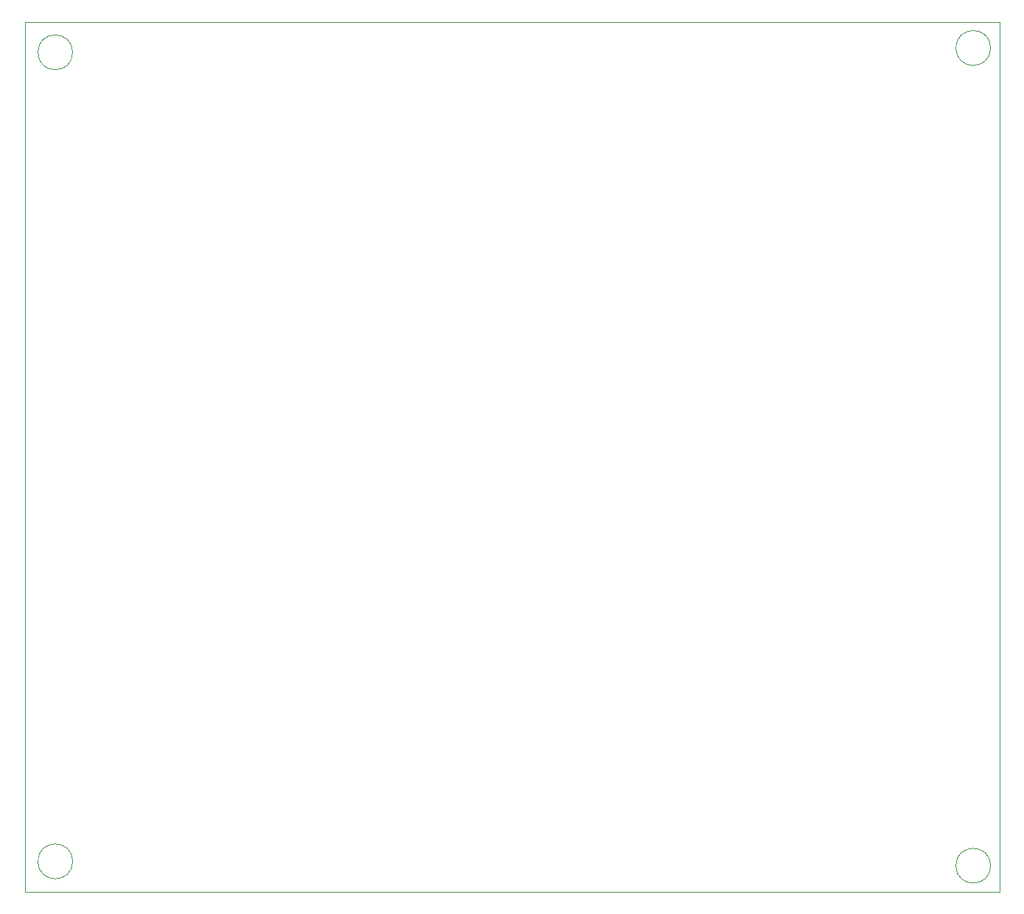
<source format=gbr>
%TF.GenerationSoftware,KiCad,Pcbnew,(6.0.2)*%
%TF.CreationDate,2022-12-31T16:00:28+03:00*%
%TF.ProjectId,mcuPower,6d637550-6f77-4657-922e-6b696361645f,rev?*%
%TF.SameCoordinates,Original*%
%TF.FileFunction,Profile,NP*%
%FSLAX46Y46*%
G04 Gerber Fmt 4.6, Leading zero omitted, Abs format (unit mm)*
G04 Created by KiCad (PCBNEW (6.0.2)) date 2022-12-31 16:00:28*
%MOMM*%
%LPD*%
G01*
G04 APERTURE LIST*
%TA.AperFunction,Profile*%
%ADD10C,0.100000*%
%TD*%
G04 APERTURE END LIST*
D10*
X156000000Y-48500000D02*
G75*
G03*
X156000000Y-48500000I-2000000J0D01*
G01*
X156000000Y-142500000D02*
G75*
G03*
X156000000Y-142500000I-2000000J0D01*
G01*
X50500000Y-142000000D02*
G75*
G03*
X50500000Y-142000000I-2000000J0D01*
G01*
X50500000Y-49000000D02*
G75*
G03*
X50500000Y-49000000I-2000000J0D01*
G01*
X45000000Y-45500000D02*
X157000000Y-45500000D01*
X157000000Y-45500000D02*
X157000000Y-145500000D01*
X157000000Y-145500000D02*
X45000000Y-145500000D01*
X45000000Y-145500000D02*
X45000000Y-45500000D01*
M02*

</source>
